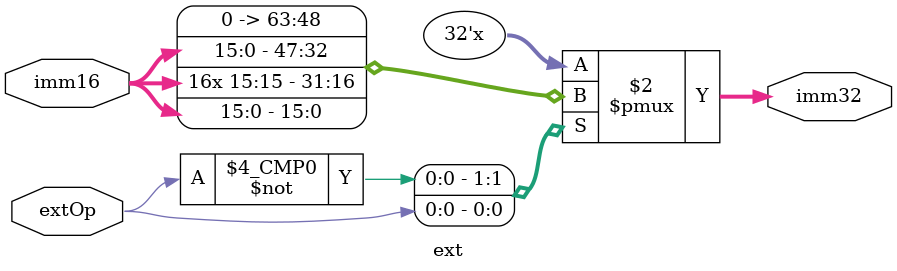
<source format=v>
module ext (
    imm16,          //16位立即数
    extOp,          //0进行无符号扩展1进行符号扩展
    imm32
);
    input [15:0] imm16;
    input extOp;
    output reg [31:0] imm32;

    parameter ZERO = 0, SIGN = 1;   

    always @(*) begin
        case (extOp)
            ZERO:   imm32 = {16'b0, imm16};             //无符号扩展拼接16个0
            SIGN:   imm32 = {{16{imm16[15]}}, imm16};   //符号扩展拼接符号位
            default: imm32 = 0;
        endcase    
    end
    
endmodule
</source>
